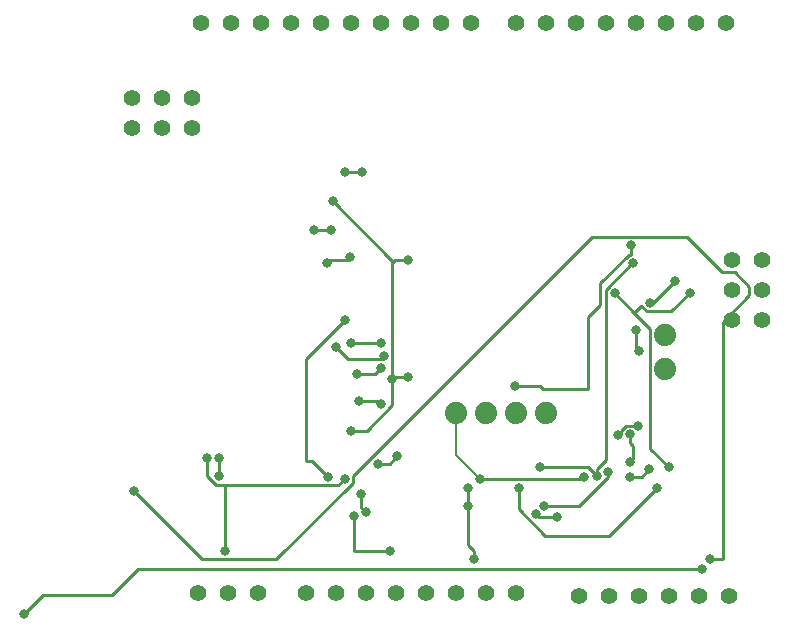
<source format=gbr>
%TF.GenerationSoftware,KiCad,Pcbnew,8.0.5*%
%TF.CreationDate,2024-12-11T22:42:57-06:00*%
%TF.ProjectId,4011MS2,34303131-4d53-4322-9e6b-696361645f70,1.0*%
%TF.SameCoordinates,Original*%
%TF.FileFunction,Copper,L2,Bot*%
%TF.FilePolarity,Positive*%
%FSLAX46Y46*%
G04 Gerber Fmt 4.6, Leading zero omitted, Abs format (unit mm)*
G04 Created by KiCad (PCBNEW 8.0.5) date 2024-12-11 22:42:57*
%MOMM*%
%LPD*%
G01*
G04 APERTURE LIST*
%TA.AperFunction,ComponentPad*%
%ADD10C,1.422000*%
%TD*%
%TA.AperFunction,ComponentPad*%
%ADD11C,1.879600*%
%TD*%
%TA.AperFunction,ViaPad*%
%ADD12C,0.800000*%
%TD*%
%TA.AperFunction,Conductor*%
%ADD13C,0.250000*%
%TD*%
%TA.AperFunction,Conductor*%
%ADD14C,0.200000*%
%TD*%
G04 APERTURE END LIST*
D10*
%TO.P,J10,1,BOOT*%
%TO.N,unconnected-(U2-BOOT-Pad1)*%
X134620000Y-116840000D03*
%TO.P,J10,2,IOREF*%
%TO.N,unconnected-(U2-IOREF-Pad2)*%
X137160000Y-116840000D03*
%TO.P,J10,3,Reset*%
%TO.N,unconnected-(U2-Reset-Pad3)*%
X139700000Y-116840000D03*
%TO.P,J10,4,+3V3*%
%TO.N,3.3V*%
X142240000Y-116840000D03*
%TO.P,J10,5,+5V*%
%TO.N,unconnected-(U2-+5V-Pad5)*%
X144780000Y-116840000D03*
%TO.P,J10,6,GND*%
%TO.N,GND*%
X147320000Y-116840000D03*
%TO.P,J10,7,GND*%
X149860000Y-116840000D03*
%TO.P,J10,8,VIN*%
%TO.N,unconnected-(U2-VIN-Pad8)*%
X152400000Y-116840000D03*
%TD*%
%TO.P,J14,1*%
%TO.N,N/C*%
X152400000Y-68580000D03*
%TO.P,J14,2*%
X154940000Y-68580000D03*
%TO.P,J14,3*%
X157480000Y-68580000D03*
%TO.P,J14,4*%
X160020000Y-68580000D03*
%TO.P,J14,5*%
X162560000Y-68580000D03*
%TO.P,J14,6*%
X165100000Y-68580000D03*
%TO.P,J14,7*%
X167640000Y-68580000D03*
%TO.P,J14,8*%
X170180000Y-68580000D03*
%TD*%
%TO.P,J9,1,OFF*%
%TO.N,unconnected-(U1-OFF-Pad1)*%
X125476000Y-116840000D03*
%TO.P,J9,2,GND*%
%TO.N,GND*%
X128016000Y-116840000D03*
%TO.P,J9,3,VRTC*%
%TO.N,unconnected-(U1-VRTC-Pad3)*%
X130556000Y-116840000D03*
%TD*%
%TO.P,J11,1*%
%TO.N,N/C*%
X157734000Y-117094000D03*
%TO.P,J11,2*%
X160274000Y-117094000D03*
%TO.P,J11,3*%
X162814000Y-117094000D03*
%TO.P,J11,4*%
X165354000Y-117094000D03*
%TO.P,J11,5*%
X167894000Y-117094000D03*
%TO.P,J11,6*%
X170434000Y-117094000D03*
%TD*%
D11*
%TO.P,J2,1,1*%
%TO.N,LV_INT*%
X165064800Y-97830400D03*
%TD*%
%TO.P,J17,1,1*%
%TO.N,GND*%
X147320000Y-101600000D03*
%TO.P,J17,2,2*%
%TO.N,3.3V*%
X149860000Y-101600000D03*
%TO.P,J17,3,3*%
%TO.N,/SDA*%
X152400000Y-101600000D03*
%TO.P,J17,4,4*%
%TO.N,MC_SCL*%
X154940000Y-101600000D03*
%TD*%
D10*
%TO.P,J12,1,GPIO42*%
%TO.N,unconnected-(U4-GPIO42-Pad1)*%
X119888000Y-77470000D03*
%TO.P,J12,2,GPIO41*%
%TO.N,unconnected-(U4-GPIO41-Pad2)*%
X119888000Y-74930000D03*
%TO.P,J12,3,GPIO43/TXD0*%
%TO.N,unconnected-(U4-GPIO43{slash}TXD0-Pad3)*%
X122428000Y-77470000D03*
%TO.P,J12,4,GPIO0/DOWNLOAD*%
%TO.N,unconnected-(U4-GPIO0{slash}DOWNLOAD-Pad4)*%
X122428000Y-74930000D03*
%TO.P,J12,5,GPIO44/RXD0*%
%TO.N,unconnected-(U4-GPIO44{slash}RXD0-Pad5)*%
X124968000Y-77470000D03*
%TO.P,J12,6,GND*%
%TO.N,GND*%
X124968000Y-74930000D03*
%TD*%
D11*
%TO.P,J1,1,1*%
%TO.N,1.8V*%
X165064800Y-94950800D03*
%TD*%
D10*
%TO.P,J15,1,CIPO*%
%TO.N,unconnected-(U7-CIPO-Pad1)*%
X170688000Y-88646000D03*
%TO.P,J15,2,+5V*%
%TO.N,5V*%
X173228000Y-88646000D03*
%TO.P,J15,3,SCK*%
%TO.N,unconnected-(U7-SCK-Pad3)*%
X170688000Y-91186000D03*
%TO.P,J15,4,COPI*%
%TO.N,unconnected-(U7-COPI-Pad4)*%
X173228000Y-91186000D03*
%TO.P,J15,5,RESET*%
%TO.N,Net-(U7-RESET)*%
X170688000Y-93726000D03*
%TO.P,J15,6,GND*%
%TO.N,unconnected-(U7-GND-Pad6)*%
X173228000Y-93726000D03*
%TD*%
%TO.P,J13,1,SCL*%
%TO.N,unconnected-(U5-SCL-Pad1)*%
X125730000Y-68580000D03*
%TO.P,J13,2,SDA*%
%TO.N,unconnected-(U5-SDA-Pad2)*%
X128270000Y-68580000D03*
%TO.P,J13,3,AREF*%
%TO.N,unconnected-(U5-AREF-Pad3)*%
X130810000Y-68580000D03*
%TO.P,J13,4,GND*%
%TO.N,GND*%
X133350000Y-68580000D03*
%TO.P,J13,5,D13/SCK/CANRX0*%
%TO.N,unconnected-(U5-D13{slash}SCK{slash}CANRX0-Pad5)*%
X135890000Y-68580000D03*
%TO.P,J13,6,D12/CIPO*%
%TO.N,unconnected-(U5-D12{slash}CIPO-Pad6)*%
X138430000Y-68580000D03*
%TO.P,J13,7,~D11/COPI*%
%TO.N,unconnected-(U5-~D11{slash}COPI-Pad7)*%
X140970000Y-68580000D03*
%TO.P,J13,8,~D10/CS/CANTX0*%
%TO.N,unconnected-(U5-~D10{slash}CS{slash}CANTX0-Pad8)*%
X143510000Y-68580000D03*
%TO.P,J13,9,~D9*%
%TO.N,unconnected-(U5-~D9-Pad9)*%
X146050000Y-68580000D03*
%TO.P,J13,10,D8*%
%TO.N,unconnected-(U5-D8-Pad10)*%
X148590000Y-68580000D03*
%TD*%
D12*
%TO.N,3.3V*%
X136906000Y-83638798D03*
X143256000Y-98552000D03*
X162306000Y-88900000D03*
X159258000Y-106934000D03*
X141984029Y-98686398D03*
X154432000Y-106172000D03*
X138430000Y-103124000D03*
X143256000Y-88646000D03*
%TO.N,GND*%
X127762000Y-113247000D03*
X126253997Y-105406000D03*
X158185696Y-106980999D03*
X140716000Y-105918000D03*
X154105597Y-110163597D03*
X148844000Y-113972000D03*
X139322678Y-108414601D03*
X136800400Y-86106000D03*
X141045400Y-100838000D03*
X139700000Y-109982000D03*
X135350400Y-86106000D03*
X148336000Y-109421000D03*
X142385715Y-105218809D03*
X163691999Y-106364000D03*
X162095523Y-106983038D03*
X155892903Y-110426903D03*
X139145400Y-100584000D03*
X149352000Y-107188000D03*
X137922000Y-107188000D03*
X148336000Y-107971000D03*
%TO.N,1.8V*%
X139375400Y-81187998D03*
X137925400Y-81187998D03*
%TO.N,5V*%
X167132000Y-91440000D03*
X138751314Y-110298228D03*
X165374850Y-106192851D03*
X160782000Y-91436402D03*
X152654000Y-107971000D03*
X164338000Y-107950000D03*
X141732000Y-113247000D03*
%TO.N,Net-(JP2-Pad1)*%
X137980510Y-93682145D03*
X136486669Y-106995214D03*
%TO.N,Net-(U9-LX)*%
X168148000Y-114808000D03*
X110744000Y-118618000D03*
%TO.N,Net-(U9-FB)*%
X138428653Y-88393347D03*
X136398000Y-88900000D03*
X127254000Y-105406000D03*
X127254000Y-106934000D03*
%TO.N,LV_INT*%
X160206686Y-106617772D03*
X141045400Y-95642002D03*
X141045400Y-97790000D03*
X162089000Y-105739121D03*
X138430000Y-95642002D03*
X138938000Y-98298000D03*
X154823195Y-109445999D03*
X162052000Y-103378000D03*
%TO.N,Net-(U7-RESET)*%
X120101000Y-108204000D03*
X168873000Y-113975948D03*
%TO.N,/SDA*%
X152357200Y-99311200D03*
X162190000Y-87376000D03*
%TO.N,MC_SCL*%
X162639310Y-94562286D03*
X163825347Y-92261000D03*
X161056338Y-103471073D03*
X141224000Y-96774000D03*
X137160000Y-96012000D03*
X162759108Y-102670891D03*
X162834774Y-96322582D03*
X165907653Y-90378347D03*
%TD*%
D13*
%TO.N,3.3V*%
X142118427Y-98552000D02*
X141984029Y-98686398D01*
X143256000Y-88646000D02*
X142238029Y-88646000D01*
X159258000Y-106333390D02*
X159258000Y-106934000D01*
X136906000Y-83638798D02*
X141984029Y-88716827D01*
X143256000Y-98552000D02*
X142118427Y-98552000D01*
X141984029Y-88716827D02*
X141984029Y-88900000D01*
X160020000Y-105571390D02*
X159258000Y-106333390D01*
X141984029Y-100924676D02*
X141984029Y-98686398D01*
X162306000Y-88900000D02*
X162293097Y-88900000D01*
X141984029Y-88900000D02*
X141984029Y-98686398D01*
X139784705Y-103124000D02*
X141984029Y-100924676D01*
X158496000Y-106172000D02*
X154432000Y-106172000D01*
X160020000Y-91173097D02*
X160020000Y-105571390D01*
X142238029Y-88646000D02*
X141984029Y-88900000D01*
X138430000Y-103124000D02*
X139784705Y-103124000D01*
X162293097Y-88900000D02*
X160020000Y-91173097D01*
X159258000Y-106934000D02*
X158496000Y-106172000D01*
%TO.N,GND*%
X148844000Y-113284000D02*
X148336000Y-112776000D01*
X158185696Y-106980999D02*
X157978695Y-107188000D01*
X163072961Y-106983038D02*
X163691999Y-106364000D01*
X154368903Y-110426903D02*
X154105597Y-110163597D01*
X157978695Y-107188000D02*
X149352000Y-107188000D01*
X142385715Y-105264285D02*
X142385715Y-105218809D01*
X140716000Y-105918000D02*
X141732000Y-105918000D01*
X135350400Y-86106000D02*
X136800400Y-86106000D01*
X127762000Y-107720214D02*
X137389786Y-107720214D01*
X148336000Y-112776000D02*
X148336000Y-109421000D01*
X148844000Y-113972000D02*
X148844000Y-113284000D01*
X162095523Y-106983038D02*
X163072961Y-106983038D01*
X139322678Y-109604678D02*
X139700000Y-109982000D01*
X140970000Y-100838000D02*
X141045400Y-100838000D01*
X127014909Y-107720214D02*
X127762000Y-107720214D01*
X148336000Y-109421000D02*
X148336000Y-107971000D01*
D14*
X147320000Y-101600000D02*
X147320000Y-105156000D01*
D13*
X126253997Y-105406000D02*
X126253997Y-106959302D01*
X127762000Y-113247000D02*
X127762000Y-107720214D01*
X139145400Y-100584000D02*
X140716000Y-100584000D01*
X137389786Y-107720214D02*
X137922000Y-107188000D01*
X140716000Y-100584000D02*
X140970000Y-100838000D01*
X126253997Y-106959302D02*
X127014909Y-107720214D01*
X141732000Y-105918000D02*
X142385715Y-105264285D01*
X139322678Y-108414601D02*
X139322678Y-109604678D01*
D14*
X147320000Y-105156000D02*
X149352000Y-107188000D01*
D13*
X155892903Y-110426903D02*
X154368903Y-110426903D01*
%TO.N,1.8V*%
X139192000Y-81280000D02*
X139283398Y-81280000D01*
X137925400Y-81187998D02*
X139099998Y-81187998D01*
X139099998Y-81187998D02*
X139192000Y-81280000D01*
X139283398Y-81280000D02*
X139375400Y-81187998D01*
%TO.N,5V*%
X160288000Y-112000000D02*
X154916695Y-112000000D01*
X163800000Y-104618001D02*
X163800000Y-94454402D01*
X163024000Y-92500000D02*
X162434799Y-93089201D01*
X154916695Y-112000000D02*
X152654000Y-109737305D01*
X152654000Y-109737305D02*
X152654000Y-107971000D01*
X167132000Y-91440000D02*
X165586000Y-92986000D01*
X162434799Y-93089201D02*
X160782000Y-91436402D01*
X141732000Y-113247000D02*
X138751314Y-113247000D01*
X165374850Y-106192851D02*
X163800000Y-104618001D01*
X163510000Y-92986000D02*
X163024000Y-92500000D01*
X138751314Y-113247000D02*
X138751314Y-110298228D01*
X165586000Y-92986000D02*
X163510000Y-92986000D01*
X164338000Y-107950000D02*
X160288000Y-112000000D01*
X163800000Y-94454402D02*
X162434799Y-93089201D01*
%TO.N,Net-(JP2-Pad1)*%
X134620000Y-105664000D02*
X135155455Y-105664000D01*
X135155455Y-105664000D02*
X136486669Y-106995214D01*
X134620000Y-97042655D02*
X134620000Y-105664000D01*
X137980510Y-93682145D02*
X134620000Y-97042655D01*
%TO.N,Net-(U9-LX)*%
X110744000Y-118618000D02*
X112362000Y-117000000D01*
X120397006Y-114808000D02*
X168148000Y-114808000D01*
X112362000Y-117000000D02*
X118205006Y-117000000D01*
X118205006Y-117000000D02*
X120397006Y-114808000D01*
%TO.N,Net-(U9-FB)*%
X136398000Y-88900000D02*
X136652000Y-88646000D01*
X138176000Y-88646000D02*
X138428653Y-88393347D01*
X127254000Y-106934000D02*
X127254000Y-105406000D01*
X136652000Y-88646000D02*
X138176000Y-88646000D01*
%TO.N,LV_INT*%
X140831998Y-95642002D02*
X140970000Y-95504000D01*
X140537400Y-98298000D02*
X141045400Y-97790000D01*
X140970000Y-95504000D02*
X141045400Y-95579400D01*
X162306000Y-104394000D02*
X162306000Y-105410000D01*
X138430000Y-95642002D02*
X140831998Y-95642002D01*
X160206686Y-107010619D02*
X157771306Y-109445999D01*
X141045400Y-95579400D02*
X141045400Y-95642002D01*
X162052000Y-104140000D02*
X162306000Y-104394000D01*
X162306000Y-105410000D02*
X162306000Y-105522121D01*
X162306000Y-105522121D02*
X162089000Y-105739121D01*
X157771306Y-109445999D02*
X154823195Y-109445999D01*
X138938000Y-98298000D02*
X140537400Y-98298000D01*
X162052000Y-103378000D02*
X162052000Y-104140000D01*
X160206686Y-106617772D02*
X160206686Y-107010619D01*
%TO.N,Net-(U7-RESET)*%
X169929172Y-113975948D02*
X169929172Y-93877954D01*
X132163305Y-113972000D02*
X125869000Y-113972000D01*
X125869000Y-113972000D02*
X120101000Y-108204000D01*
X166884305Y-86651000D02*
X158883695Y-86651000D01*
X172192000Y-91615126D02*
X172192000Y-90912000D01*
X172192000Y-90912000D02*
X170962000Y-89682000D01*
X138647000Y-106887695D02*
X138647000Y-107488305D01*
X138647000Y-107488305D02*
X132163305Y-113972000D01*
X169929172Y-93877954D02*
X172192000Y-91615126D01*
X169915305Y-89682000D02*
X166884305Y-86651000D01*
X158883695Y-86651000D02*
X138647000Y-106887695D01*
X168873000Y-113975948D02*
X169929172Y-113975948D01*
X170962000Y-89682000D02*
X169915305Y-89682000D01*
%TO.N,/SDA*%
X159570000Y-90610695D02*
X159570000Y-92430000D01*
X159570000Y-92430000D02*
X158500000Y-93500000D01*
X154692698Y-99564000D02*
X158500000Y-99564000D01*
X162190000Y-87376000D02*
X162190000Y-88175000D01*
X158500000Y-93500000D02*
X158500000Y-99564000D01*
X162005695Y-88175000D02*
X159570000Y-90610695D01*
X154439898Y-99311200D02*
X154692698Y-99564000D01*
X162190000Y-88175000D02*
X162005695Y-88175000D01*
X152357200Y-99311200D02*
X154439898Y-99311200D01*
%TO.N,MC_SCL*%
X137160000Y-96012000D02*
X138176000Y-97028000D01*
X164025000Y-92261000D02*
X163825347Y-92261000D01*
X162759108Y-102670891D02*
X162741217Y-102653000D01*
X140970000Y-97028000D02*
X141224000Y-96774000D01*
X162639310Y-96127118D02*
X162834774Y-96322582D01*
X161327000Y-103378000D02*
X161149411Y-103378000D01*
X162741217Y-102653000D02*
X161751695Y-102653000D01*
X165907653Y-90378347D02*
X164025000Y-92261000D01*
X138176000Y-97028000D02*
X140970000Y-97028000D01*
X162639310Y-94562286D02*
X162639310Y-96127118D01*
X161149411Y-103378000D02*
X161056338Y-103471073D01*
X161327000Y-103077695D02*
X161327000Y-103378000D01*
X161751695Y-102653000D02*
X161327000Y-103077695D01*
%TD*%
M02*

</source>
